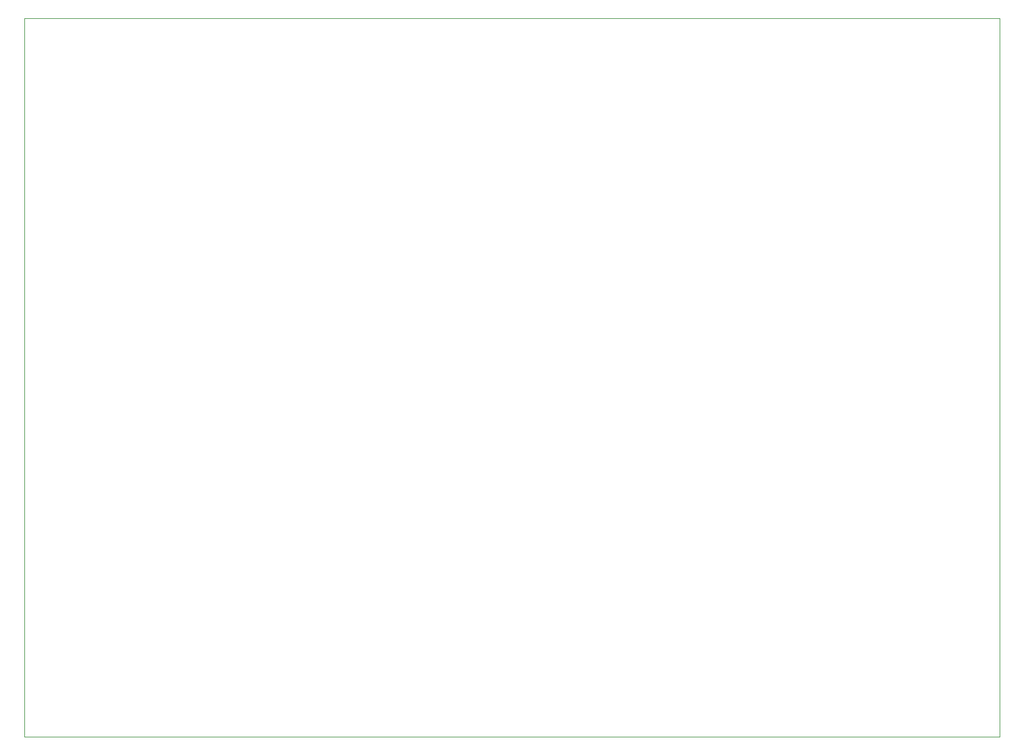
<source format=gbr>
%TF.GenerationSoftware,KiCad,Pcbnew,8.0.3-1.fc39*%
%TF.CreationDate,2024-06-27T20:10:54-06:00*%
%TF.ProjectId,Electronics,456c6563-7472-46f6-9e69-63732e6b6963,rev?*%
%TF.SameCoordinates,Original*%
%TF.FileFunction,Profile,NP*%
%FSLAX46Y46*%
G04 Gerber Fmt 4.6, Leading zero omitted, Abs format (unit mm)*
G04 Created by KiCad (PCBNEW 8.0.3-1.fc39) date 2024-06-27 20:10:54*
%MOMM*%
%LPD*%
G01*
G04 APERTURE LIST*
%TA.AperFunction,Profile*%
%ADD10C,0.050000*%
%TD*%
G04 APERTURE END LIST*
D10*
X84500000Y-53500000D02*
X220000000Y-53500000D01*
X220000000Y-153500000D01*
X84500000Y-153500000D01*
X84500000Y-53500000D01*
M02*

</source>
